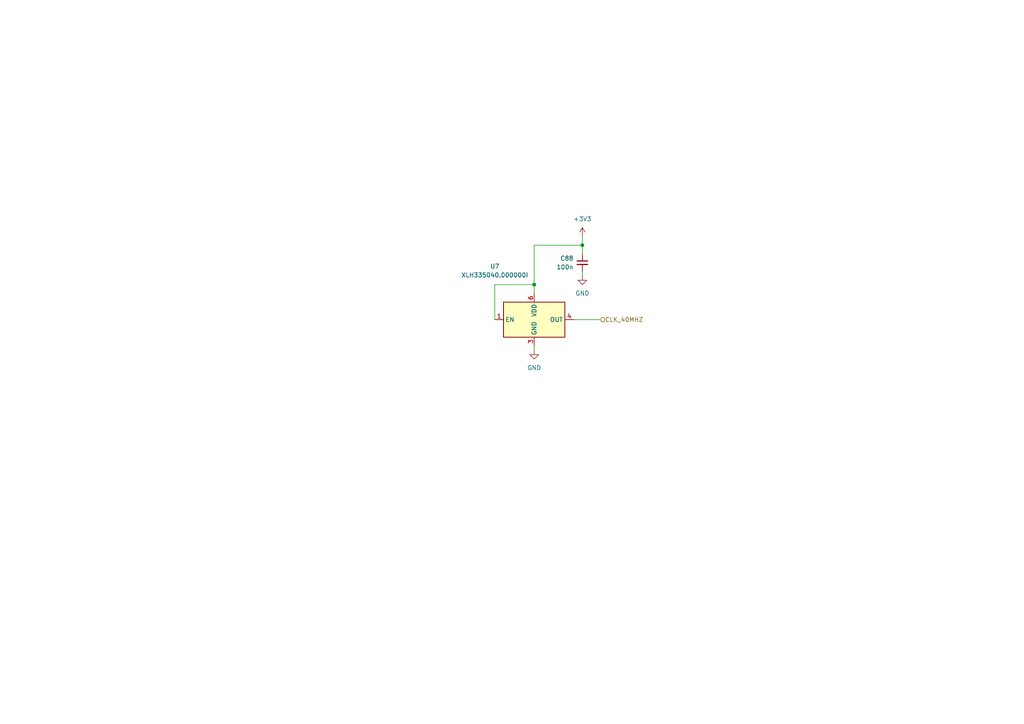
<source format=kicad_sch>
(kicad_sch (version 20250114) (generator "eeschema") (generator_version "9.0")
  (paper "A4")
  (title_block (title "${Project Designation}") (date "2024-06-30") (rev "${Revision}") (comment 1 "${Project Title}") (comment 2 "CLOCK") (comment 3 "${Part Number}"))
  (lib_symbols
    (symbol "Device:C_Small" (pin_numbers (hide yes)) (pin_names (offset 0.254) (hide yes))
      (property "Reference" "C" (at 0.254 1.778 0))
      (property "Value" "C_Small" (at 0.254 -2.032 0))
      (symbol "C_Small_0_1"
        (polyline (pts (xy -1.524 0.508) (xy 1.524 0.508)) (stroke (width 0.3048)))
        (polyline (pts (xy -1.524 -0.508) (xy 1.524 -0.508)) (stroke (width 0.3302)))
      )
      (symbol "C_Small_1_1"
        (pin passive line (at 0 2.54 270) (length 2.032) (name "~") (number "1"))
        (pin passive line (at 0 -2.54 90) (length 2.032) (name "~") (number "2"))
      )
    )
    (symbol "ECAP5-BSOM:XLH335040.000000I"
      (property "Reference" "U" (at -8.89 11.43 0))
      (property "Value" "XLH335040.000000I" (at 1.524 11.43 0))
      (symbol "XLH335040.000000I_0_1"
        (rectangle (start -8.89 10.16) (end 8.89 0) (stroke (width 0.254)) (fill (type background)))
      )
      (symbol "XLH335040.000000I_1_1"
        (pin input line (at -11.43 5.08 0) (length 2.54) (name "EN") (number "1"))
        (pin power_in line (at 0 12.7 270) (length 2.54) (name "VDD") (number "6"))
        (pin power_in line (at 0 -2.54 90) (length 2.54) (name "GND") (number "3"))
        (pin output line (at 11.43 5.08 180) (length 2.54) (name "OUT") (number "4"))
        (pin no_connect line (at 11.43 2.54 180) (length 2.54) (hide yes) (name "NC") (number "2"))
        (pin no_connect line (at 11.43 2.54 180) (length 2.54) (hide yes) (name "NC") (number "5"))
      )
    )
    (symbol "power:+3V3" (power) (pin_numbers (hide yes)) (pin_names (offset 0) (hide yes))
      (property "Value" "+3V3" (at 0 3.556 0))
      (symbol "+3V3_0_1"
        (polyline (pts (xy -0.762 1.27) (xy 0 2.54)))
        (polyline (pts (xy 0 2.54) (xy 0.762 1.27)))
        (polyline (pts (xy 0 0) (xy 0 2.54)))
      )
      (symbol "+3V3_1_1"
        (pin power_in line (at 0 0 90) (length 0) (name "~") (number "1"))
      )
    )
    (symbol "power:GND" (power) (pin_numbers (hide yes)) (pin_names (offset 0) (hide yes))
      (property "Value" "GND" (at 0 -3.81 0))
      (symbol "GND_0_1"
        (polyline (pts (xy 0 0) (xy 0 -1.27) (xy 1.27 -1.27) (xy 0 -2.54) (xy -1.27 -1.27) (xy 0 -1.27)))
      )
      (symbol "GND_1_1"
        (pin power_in line (at 0 0 270) (length 0) (name "~") (number "1"))
      )
    )
  )
  (junction (at 154.94 82.55))
  (junction (at 168.91 71.12))
  (wire (pts (xy 168.91 68.58) (xy 168.91 71.12)))
  (wire (pts (xy 143.51 82.55) (xy 154.94 82.55)))
  (wire (pts (xy 143.51 92.71) (xy 143.51 82.55)))
  (wire (pts (xy 154.94 82.55) (xy 154.94 85.09)))
  (wire (pts (xy 168.91 71.12) (xy 154.94 71.12)))
  (wire (pts (xy 154.94 71.12) (xy 154.94 82.55)))
  (wire (pts (xy 168.91 78.74) (xy 168.91 80.01)))
  (wire (pts (xy 168.91 71.12) (xy 168.91 73.66)))
  (wire (pts (xy 166.37 92.71) (xy 173.99 92.71)))
  (wire (pts (xy 154.94 100.33) (xy 154.94 101.6)))
  (hierarchical_label "CLK_40MHZ" (shape input) (at 173.99 92.71 0))
  (symbol (lib_id "Device:C_Small") (at 168.91 76.2 0) (mirror y) (unit 1)
    (property "Reference" "C88" (at 166.37 74.9362 0) (effects (justify left)))
    (property "Value" "100n" (at 166.37 77.4762 0) (effects (justify left)))
    (property "Description" "Unpolarized capacitor, small symbol" (effects (hide yes)))
  )
  (symbol (lib_id "power:GND") (at 154.94 101.6 0) (mirror y) (unit 1)
    (property "Reference" "#PWR081" (effects (hide yes)))
    (property "Value" "GND" (at 154.94 106.68 0))
    (property "Description" "Power symbol creates a global label with name \"GND\" , ground" (effects (hide yes)))
  )
  (symbol (lib_id "power:GND") (at 168.91 80.01 0) (mirror y) (unit 1)
    (property "Reference" "#PWR080" (effects (hide yes)))
    (property "Value" "GND" (at 168.91 85.09 0))
    (property "Description" "Power symbol creates a global label with name \"GND\" , ground" (effects (hide yes)))
  )
  (symbol (lib_id "ECAP5-BSOM:XLH335040.000000I") (at 154.94 97.79 0) (unit 1)
    (property "Reference" "U7" (at 143.51 77.2474 0))
    (property "Value" "XLH335040.000000I" (at 143.51 79.7874 0))
    (property "Datasheet" "https://www.mouser.lu/datasheet/2/698/Renesas-Electronics-1954959.pdf" (effects (hide yes)))
    (property "Description" "40MHz Low Phase Noise Quartz-based PLL Oscillator" (effects (hide yes)))
  )
  (symbol (lib_id "power:+3V3") (at 168.91 68.58 0) (unit 1)
    (property "Reference" "#PWR079" (effects (hide yes)))
    (property "Value" "+3V3" (at 168.91 63.5 0))
    (property "Description" "Power symbol creates a global label with name \"+3V3\"" (effects (hide yes)))
  )
)
</source>
